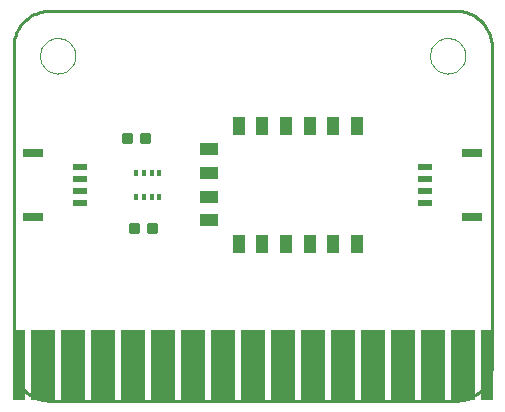
<source format=gtp>
G75*
G70*
%OFA0B0*%
%FSLAX24Y24*%
%IPPOS*%
%LPD*%
%AMOC8*
5,1,8,0,0,1.08239X$1,22.5*
%
%ADD10C,0.0100*%
%ADD11R,0.0787X0.2362*%
%ADD12R,0.0394X0.2362*%
%ADD13C,0.0000*%
%ADD14R,0.0472X0.0197*%
%ADD15R,0.0709X0.0315*%
%ADD16R,0.0394X0.0591*%
%ADD17R,0.0591X0.0394*%
%ADD18R,0.0138X0.0197*%
%ADD19C,0.0088*%
D10*
X000328Y001364D02*
X000328Y011956D01*
X000330Y012023D01*
X000336Y012090D01*
X000345Y012157D01*
X000358Y012223D01*
X000375Y012288D01*
X000395Y012352D01*
X000419Y012415D01*
X000447Y012477D01*
X000478Y012536D01*
X000512Y012594D01*
X000549Y012650D01*
X000590Y012704D01*
X000633Y012756D01*
X000679Y012805D01*
X000728Y012851D01*
X000780Y012894D01*
X000834Y012935D01*
X000890Y012972D01*
X000948Y013006D01*
X001007Y013037D01*
X001069Y013065D01*
X001132Y013089D01*
X001196Y013109D01*
X001261Y013126D01*
X001327Y013139D01*
X001394Y013148D01*
X001461Y013154D01*
X001528Y013156D01*
X015072Y013156D01*
X015139Y013154D01*
X015206Y013148D01*
X015273Y013139D01*
X015339Y013126D01*
X015404Y013109D01*
X015468Y013089D01*
X015531Y013065D01*
X015593Y013037D01*
X015652Y013006D01*
X015710Y012972D01*
X015766Y012935D01*
X015820Y012894D01*
X015872Y012851D01*
X015921Y012805D01*
X015967Y012756D01*
X016010Y012704D01*
X016051Y012650D01*
X016088Y012594D01*
X016122Y012536D01*
X016153Y012477D01*
X016181Y012415D01*
X016205Y012352D01*
X016225Y012288D01*
X016242Y012223D01*
X016255Y012157D01*
X016264Y012090D01*
X016270Y012023D01*
X016272Y011956D01*
X016272Y001364D01*
X016270Y001297D01*
X016264Y001230D01*
X016255Y001163D01*
X016242Y001097D01*
X016225Y001032D01*
X016205Y000968D01*
X016181Y000905D01*
X016153Y000843D01*
X016122Y000784D01*
X016088Y000726D01*
X016051Y000670D01*
X016010Y000616D01*
X015967Y000564D01*
X015921Y000515D01*
X015872Y000469D01*
X015820Y000426D01*
X015766Y000385D01*
X015710Y000348D01*
X015652Y000314D01*
X015593Y000283D01*
X015531Y000255D01*
X015468Y000231D01*
X015404Y000211D01*
X015339Y000194D01*
X015273Y000181D01*
X015206Y000172D01*
X015139Y000166D01*
X015072Y000164D01*
X001528Y000164D01*
X001461Y000166D01*
X001394Y000172D01*
X001327Y000181D01*
X001261Y000194D01*
X001196Y000211D01*
X001132Y000231D01*
X001069Y000255D01*
X001007Y000283D01*
X000948Y000314D01*
X000890Y000348D01*
X000834Y000385D01*
X000780Y000426D01*
X000728Y000469D01*
X000679Y000515D01*
X000633Y000564D01*
X000590Y000616D01*
X000549Y000670D01*
X000512Y000726D01*
X000478Y000784D01*
X000447Y000843D01*
X000419Y000905D01*
X000395Y000968D01*
X000375Y001032D01*
X000358Y001097D01*
X000345Y001163D01*
X000336Y001230D01*
X000330Y001297D01*
X000328Y001364D01*
D11*
X001300Y001348D03*
X002300Y001348D03*
X003300Y001348D03*
X004300Y001348D03*
X005300Y001348D03*
X006300Y001348D03*
X007300Y001348D03*
X008300Y001348D03*
X009300Y001348D03*
X010300Y001348D03*
X011300Y001348D03*
X012300Y001348D03*
X013300Y001348D03*
X014300Y001348D03*
X015300Y001348D03*
D12*
X016095Y001348D03*
X000505Y001348D03*
D13*
X001209Y011660D02*
X001211Y011708D01*
X001217Y011756D01*
X001227Y011803D01*
X001240Y011849D01*
X001258Y011894D01*
X001278Y011938D01*
X001303Y011980D01*
X001331Y012019D01*
X001361Y012056D01*
X001395Y012090D01*
X001432Y012122D01*
X001470Y012151D01*
X001511Y012176D01*
X001554Y012198D01*
X001599Y012216D01*
X001645Y012230D01*
X001692Y012241D01*
X001740Y012248D01*
X001788Y012251D01*
X001836Y012250D01*
X001884Y012245D01*
X001932Y012236D01*
X001978Y012224D01*
X002023Y012207D01*
X002067Y012187D01*
X002109Y012164D01*
X002149Y012137D01*
X002187Y012107D01*
X002222Y012074D01*
X002254Y012038D01*
X002284Y012000D01*
X002310Y011959D01*
X002332Y011916D01*
X002352Y011872D01*
X002367Y011827D01*
X002379Y011780D01*
X002387Y011732D01*
X002391Y011684D01*
X002391Y011636D01*
X002387Y011588D01*
X002379Y011540D01*
X002367Y011493D01*
X002352Y011448D01*
X002332Y011404D01*
X002310Y011361D01*
X002284Y011320D01*
X002254Y011282D01*
X002222Y011246D01*
X002187Y011213D01*
X002149Y011183D01*
X002109Y011156D01*
X002067Y011133D01*
X002023Y011113D01*
X001978Y011096D01*
X001932Y011084D01*
X001884Y011075D01*
X001836Y011070D01*
X001788Y011069D01*
X001740Y011072D01*
X001692Y011079D01*
X001645Y011090D01*
X001599Y011104D01*
X001554Y011122D01*
X001511Y011144D01*
X001470Y011169D01*
X001432Y011198D01*
X001395Y011230D01*
X001361Y011264D01*
X001331Y011301D01*
X001303Y011340D01*
X001278Y011382D01*
X001258Y011426D01*
X001240Y011471D01*
X001227Y011517D01*
X001217Y011564D01*
X001211Y011612D01*
X001209Y011660D01*
X014209Y011660D02*
X014211Y011708D01*
X014217Y011756D01*
X014227Y011803D01*
X014240Y011849D01*
X014258Y011894D01*
X014278Y011938D01*
X014303Y011980D01*
X014331Y012019D01*
X014361Y012056D01*
X014395Y012090D01*
X014432Y012122D01*
X014470Y012151D01*
X014511Y012176D01*
X014554Y012198D01*
X014599Y012216D01*
X014645Y012230D01*
X014692Y012241D01*
X014740Y012248D01*
X014788Y012251D01*
X014836Y012250D01*
X014884Y012245D01*
X014932Y012236D01*
X014978Y012224D01*
X015023Y012207D01*
X015067Y012187D01*
X015109Y012164D01*
X015149Y012137D01*
X015187Y012107D01*
X015222Y012074D01*
X015254Y012038D01*
X015284Y012000D01*
X015310Y011959D01*
X015332Y011916D01*
X015352Y011872D01*
X015367Y011827D01*
X015379Y011780D01*
X015387Y011732D01*
X015391Y011684D01*
X015391Y011636D01*
X015387Y011588D01*
X015379Y011540D01*
X015367Y011493D01*
X015352Y011448D01*
X015332Y011404D01*
X015310Y011361D01*
X015284Y011320D01*
X015254Y011282D01*
X015222Y011246D01*
X015187Y011213D01*
X015149Y011183D01*
X015109Y011156D01*
X015067Y011133D01*
X015023Y011113D01*
X014978Y011096D01*
X014932Y011084D01*
X014884Y011075D01*
X014836Y011070D01*
X014788Y011069D01*
X014740Y011072D01*
X014692Y011079D01*
X014645Y011090D01*
X014599Y011104D01*
X014554Y011122D01*
X014511Y011144D01*
X014470Y011169D01*
X014432Y011198D01*
X014395Y011230D01*
X014361Y011264D01*
X014331Y011301D01*
X014303Y011340D01*
X014278Y011382D01*
X014258Y011426D01*
X014240Y011471D01*
X014227Y011517D01*
X014217Y011564D01*
X014211Y011612D01*
X014209Y011660D01*
D14*
X014050Y007951D03*
X014050Y007557D03*
X014050Y007163D03*
X014050Y006769D03*
X002550Y006769D03*
X002550Y007163D03*
X002550Y007557D03*
X002550Y007951D03*
D15*
X000975Y008423D03*
X000975Y006297D03*
X015625Y006297D03*
X015625Y008423D03*
D16*
X011769Y009329D03*
X010981Y009329D03*
X010194Y009329D03*
X009406Y009329D03*
X008619Y009329D03*
X007831Y009329D03*
X007831Y005391D03*
X008619Y005391D03*
X009406Y005391D03*
X010194Y005391D03*
X010981Y005391D03*
X011769Y005391D03*
D17*
X006847Y006179D03*
X006847Y006966D03*
X006847Y007754D03*
X006847Y008541D03*
D18*
X005184Y007754D03*
X004928Y007754D03*
X004672Y007754D03*
X004416Y007754D03*
X004416Y006966D03*
X004672Y006966D03*
X004928Y006966D03*
X005184Y006966D03*
D19*
X005081Y006041D02*
X004819Y006041D01*
X005081Y006041D02*
X005081Y005779D01*
X004819Y005779D01*
X004819Y006041D01*
X004819Y005866D02*
X005081Y005866D01*
X005081Y005953D02*
X004819Y005953D01*
X004819Y006040D02*
X005081Y006040D01*
X004481Y006041D02*
X004219Y006041D01*
X004481Y006041D02*
X004481Y005779D01*
X004219Y005779D01*
X004219Y006041D01*
X004219Y005866D02*
X004481Y005866D01*
X004481Y005953D02*
X004219Y005953D01*
X004219Y006040D02*
X004481Y006040D01*
X004569Y009041D02*
X004831Y009041D01*
X004831Y008779D01*
X004569Y008779D01*
X004569Y009041D01*
X004569Y008866D02*
X004831Y008866D01*
X004831Y008953D02*
X004569Y008953D01*
X004569Y009040D02*
X004831Y009040D01*
X004231Y009041D02*
X003969Y009041D01*
X004231Y009041D02*
X004231Y008779D01*
X003969Y008779D01*
X003969Y009041D01*
X003969Y008866D02*
X004231Y008866D01*
X004231Y008953D02*
X003969Y008953D01*
X003969Y009040D02*
X004231Y009040D01*
M02*

</source>
